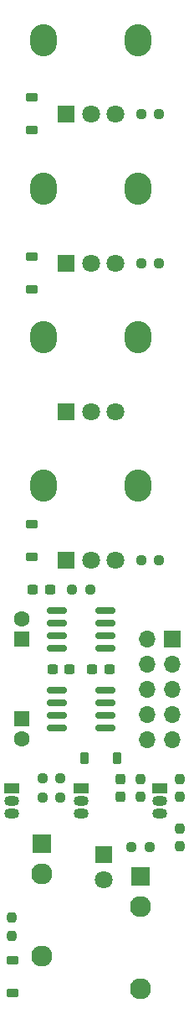
<source format=gbr>
%TF.GenerationSoftware,KiCad,Pcbnew,8.0.0*%
%TF.CreationDate,2024-08-25T22:12:22-07:00*%
%TF.ProjectId,adsr,61647372-2e6b-4696-9361-645f70636258,rev?*%
%TF.SameCoordinates,Original*%
%TF.FileFunction,Soldermask,Bot*%
%TF.FilePolarity,Negative*%
%FSLAX46Y46*%
G04 Gerber Fmt 4.6, Leading zero omitted, Abs format (unit mm)*
G04 Created by KiCad (PCBNEW 8.0.0) date 2024-08-25 22:12:22*
%MOMM*%
%LPD*%
G01*
G04 APERTURE LIST*
G04 Aperture macros list*
%AMRoundRect*
0 Rectangle with rounded corners*
0 $1 Rounding radius*
0 $2 $3 $4 $5 $6 $7 $8 $9 X,Y pos of 4 corners*
0 Add a 4 corners polygon primitive as box body*
4,1,4,$2,$3,$4,$5,$6,$7,$8,$9,$2,$3,0*
0 Add four circle primitives for the rounded corners*
1,1,$1+$1,$2,$3*
1,1,$1+$1,$4,$5*
1,1,$1+$1,$6,$7*
1,1,$1+$1,$8,$9*
0 Add four rect primitives between the rounded corners*
20,1,$1+$1,$2,$3,$4,$5,0*
20,1,$1+$1,$4,$5,$6,$7,0*
20,1,$1+$1,$6,$7,$8,$9,0*
20,1,$1+$1,$8,$9,$2,$3,0*%
G04 Aperture macros list end*
%ADD10R,1.930000X1.830000*%
%ADD11C,2.130000*%
%ADD12R,1.500000X1.050000*%
%ADD13O,1.500000X1.050000*%
%ADD14O,2.720000X3.240000*%
%ADD15R,1.800000X1.800000*%
%ADD16C,1.800000*%
%ADD17R,1.600000X1.600000*%
%ADD18C,1.600000*%
%ADD19RoundRect,0.237500X-0.300000X-0.237500X0.300000X-0.237500X0.300000X0.237500X-0.300000X0.237500X0*%
%ADD20R,1.700000X1.700000*%
%ADD21O,1.700000X1.700000*%
%ADD22RoundRect,0.237500X0.250000X0.237500X-0.250000X0.237500X-0.250000X-0.237500X0.250000X-0.237500X0*%
%ADD23RoundRect,0.150000X0.825000X0.150000X-0.825000X0.150000X-0.825000X-0.150000X0.825000X-0.150000X0*%
%ADD24RoundRect,0.225000X0.375000X-0.225000X0.375000X0.225000X-0.375000X0.225000X-0.375000X-0.225000X0*%
%ADD25RoundRect,0.237500X0.237500X-0.300000X0.237500X0.300000X-0.237500X0.300000X-0.237500X-0.300000X0*%
%ADD26RoundRect,0.237500X-0.250000X-0.237500X0.250000X-0.237500X0.250000X0.237500X-0.250000X0.237500X0*%
%ADD27RoundRect,0.237500X-0.237500X0.250000X-0.237500X-0.250000X0.237500X-0.250000X0.237500X0.250000X0*%
%ADD28RoundRect,0.237500X0.300000X0.237500X-0.300000X0.237500X-0.300000X-0.237500X0.300000X-0.237500X0*%
%ADD29RoundRect,0.225000X-0.375000X0.225000X-0.375000X-0.225000X0.375000X-0.225000X0.375000X0.225000X0*%
%ADD30RoundRect,0.237500X0.237500X-0.250000X0.237500X0.250000X-0.237500X0.250000X-0.237500X-0.250000X0*%
%ADD31RoundRect,0.225000X0.225000X0.375000X-0.225000X0.375000X-0.225000X-0.375000X0.225000X-0.375000X0*%
G04 APERTURE END LIST*
D10*
%TO.C,J3*%
X105000000Y-136900000D03*
D11*
X105000000Y-148300000D03*
X105000000Y-140000000D03*
%TD*%
D12*
%TO.C,Q3*%
X107000000Y-128000000D03*
D13*
X107000000Y-129270000D03*
X107000000Y-130540000D03*
%TD*%
D14*
%TO.C,RV_REL1*%
X95200000Y-97500000D03*
X104800000Y-97500000D03*
D15*
X97500000Y-105000000D03*
D16*
X100000000Y-105000000D03*
X102500000Y-105000000D03*
%TD*%
D14*
%TO.C,RV_SUS1*%
X95200000Y-82500000D03*
X104800000Y-82500000D03*
D15*
X97500000Y-90000000D03*
D16*
X100000000Y-90000000D03*
X102500000Y-90000000D03*
%TD*%
D17*
%TO.C,C5*%
X92955112Y-112955112D03*
D18*
X92955112Y-110955112D03*
%TD*%
D15*
%TO.C,D6*%
X101275000Y-134725000D03*
D16*
X101275000Y-137265000D03*
%TD*%
D17*
%TO.C,C4*%
X92955112Y-121044886D03*
D18*
X92955112Y-123044886D03*
%TD*%
D14*
%TO.C,RV_DEC1*%
X95200000Y-67500000D03*
X104800000Y-67500000D03*
D15*
X97500000Y-75000000D03*
D16*
X100000000Y-75000000D03*
X102500000Y-75000000D03*
%TD*%
D12*
%TO.C,Q2*%
X99000000Y-128000000D03*
D13*
X99000000Y-129270000D03*
X99000000Y-130540000D03*
%TD*%
D12*
%TO.C,Q1*%
X92000000Y-128000000D03*
D13*
X92000000Y-129270000D03*
X92000000Y-130540000D03*
%TD*%
D10*
%TO.C,J1*%
X95000000Y-133600000D03*
D11*
X95000000Y-145000000D03*
X95000000Y-136700000D03*
%TD*%
D14*
%TO.C,RV_ATT1*%
X95200000Y-52500000D03*
X104800000Y-52500000D03*
D15*
X97500000Y-60000000D03*
D16*
X100000000Y-60000000D03*
X102500000Y-60000000D03*
%TD*%
D19*
%TO.C,C3*%
X100137500Y-116000000D03*
X101862500Y-116000000D03*
%TD*%
D20*
%TO.C,J2*%
X108275000Y-112925000D03*
D21*
X105735000Y-112925000D03*
X108275000Y-115465000D03*
X105735000Y-115465000D03*
X108275000Y-118005000D03*
X105735000Y-118005000D03*
X108275000Y-120545000D03*
X105735000Y-120545000D03*
X108275000Y-123085000D03*
X105735000Y-123085000D03*
%TD*%
D22*
%TO.C,R2*%
X96912500Y-127000000D03*
X95087500Y-127000000D03*
%TD*%
D23*
%TO.C,U1*%
X101475000Y-110095000D03*
X101475000Y-111365000D03*
X101475000Y-112635000D03*
X101475000Y-113905000D03*
X96525000Y-113905000D03*
X96525000Y-112635000D03*
X96525000Y-111365000D03*
X96525000Y-110095000D03*
%TD*%
D24*
%TO.C,D3*%
X94000000Y-104650000D03*
X94000000Y-101350000D03*
%TD*%
D19*
%TO.C,C6*%
X96137500Y-116000000D03*
X97862500Y-116000000D03*
%TD*%
D22*
%TO.C,R8*%
X106912500Y-60000000D03*
X105087500Y-60000000D03*
%TD*%
D25*
%TO.C,C1*%
X103000000Y-128862500D03*
X103000000Y-127137500D03*
%TD*%
D24*
%TO.C,D4*%
X94000000Y-61605000D03*
X94000000Y-58305000D03*
%TD*%
D26*
%TO.C,R9*%
X98087500Y-108000000D03*
X99912500Y-108000000D03*
%TD*%
%TO.C,R11*%
X104087500Y-134000000D03*
X105912500Y-134000000D03*
%TD*%
D27*
%TO.C,R1*%
X92000000Y-141087500D03*
X92000000Y-142912500D03*
%TD*%
D22*
%TO.C,R10*%
X106912500Y-75000000D03*
X105087500Y-75000000D03*
%TD*%
D24*
%TO.C,D5*%
X94022500Y-77627500D03*
X94022500Y-74327500D03*
%TD*%
D28*
%TO.C,C2*%
X95862500Y-108000000D03*
X94137500Y-108000000D03*
%TD*%
D29*
%TO.C,D1*%
X92022500Y-145372500D03*
X92022500Y-148672500D03*
%TD*%
D30*
%TO.C,R5*%
X109000000Y-133912500D03*
X109000000Y-132087500D03*
%TD*%
D22*
%TO.C,R7*%
X106912500Y-105000000D03*
X105087500Y-105000000D03*
%TD*%
D23*
%TO.C,U2*%
X101475000Y-118095000D03*
X101475000Y-119365000D03*
X101475000Y-120635000D03*
X101475000Y-121905000D03*
X96525000Y-121905000D03*
X96525000Y-120635000D03*
X96525000Y-119365000D03*
X96525000Y-118095000D03*
%TD*%
D27*
%TO.C,R4*%
X105000000Y-127087500D03*
X105000000Y-128912500D03*
%TD*%
D31*
%TO.C,D2*%
X102650000Y-125000000D03*
X99350000Y-125000000D03*
%TD*%
D27*
%TO.C,R6*%
X109000000Y-127087500D03*
X109000000Y-128912500D03*
%TD*%
D26*
%TO.C,R3*%
X95087500Y-129000000D03*
X96912500Y-129000000D03*
%TD*%
M02*

</source>
